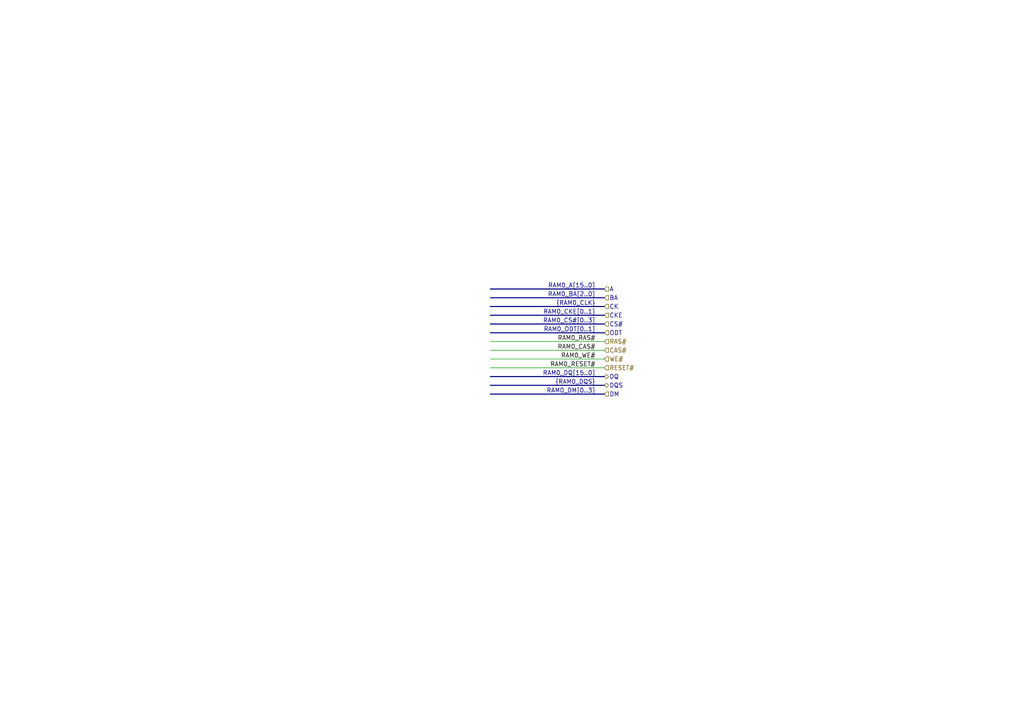
<source format=kicad_sch>
(kicad_sch
	(version 20250114)
	(generator "eeschema")
	(generator_version "9.0")
	(uuid "2486d74d-3745-4dae-8fad-99851aed8e55")
	(paper "A4")
	(title_block
		(date "2026-01-09")
		(rev "1.0.0")
	)
	(lib_symbols)
	(bus_alias "RAM1_CK"
		(members "RAM1_CK0+" "RAM1_CK0-" "RAM1_CK1+" "RAM1_CK1-")
	)
	(bus
		(pts
			(xy 142.24 86.36) (xy 175.26 86.36)
		)
		(stroke
			(width 0)
			(type default)
		)
		(uuid "0ad1dda9-bbf9-4645-a899-1dc802c33586")
	)
	(bus
		(pts
			(xy 142.24 114.3) (xy 175.26 114.3)
		)
		(stroke
			(width 0)
			(type default)
		)
		(uuid "0d59ec40-945f-4b11-a121-b2cd19d74bb3")
	)
	(bus
		(pts
			(xy 142.24 83.82) (xy 175.26 83.82)
		)
		(stroke
			(width 0)
			(type default)
		)
		(uuid "323bc179-f5bb-4652-ad0d-40e8a8c0874c")
	)
	(wire
		(pts
			(xy 142.24 101.6) (xy 175.26 101.6)
		)
		(stroke
			(width 0)
			(type default)
		)
		(uuid "5d991a33-3127-4d2d-8199-5a6c65800f04")
	)
	(bus
		(pts
			(xy 142.24 91.44) (xy 175.26 91.44)
		)
		(stroke
			(width 0)
			(type default)
		)
		(uuid "655ee1ba-28bd-47a2-a25d-b6d7e77a6bab")
	)
	(wire
		(pts
			(xy 142.24 104.14) (xy 175.26 104.14)
		)
		(stroke
			(width 0)
			(type default)
		)
		(uuid "666afef6-8b08-4572-8731-41f10ffd6c25")
	)
	(bus
		(pts
			(xy 142.24 111.76) (xy 175.26 111.76)
		)
		(stroke
			(width 0)
			(type default)
		)
		(uuid "7dc6de46-5063-4f15-8ac0-45d480c32234")
	)
	(wire
		(pts
			(xy 142.24 106.68) (xy 175.26 106.68)
		)
		(stroke
			(width 0)
			(type default)
		)
		(uuid "b982f62a-a0a2-476a-b4db-4b1b06e14f67")
	)
	(bus
		(pts
			(xy 142.24 93.98) (xy 175.26 93.98)
		)
		(stroke
			(width 0)
			(type default)
		)
		(uuid "bea0d54c-92f3-4078-9f8d-3c4258b16c55")
	)
	(bus
		(pts
			(xy 142.24 96.52) (xy 175.26 96.52)
		)
		(stroke
			(width 0)
			(type default)
		)
		(uuid "c303e627-4a61-4e88-b4c4-3827c7973def")
	)
	(bus
		(pts
			(xy 142.24 109.22) (xy 175.26 109.22)
		)
		(stroke
			(width 0)
			(type default)
		)
		(uuid "e66a9be8-c140-476b-825b-6ea0424c89e8")
	)
	(wire
		(pts
			(xy 142.24 99.06) (xy 175.26 99.06)
		)
		(stroke
			(width 0)
			(type default)
		)
		(uuid "f4aea48b-e0f8-4ad0-a4a0-4702aa6cad56")
	)
	(bus
		(pts
			(xy 142.24 88.9) (xy 175.26 88.9)
		)
		(stroke
			(width 0)
			(type default)
		)
		(uuid "f871ef3a-c966-4b48-a2fb-5ccc9b43c742")
	)
	(label "RAM0_RAS#"
		(at 172.72 99.06 180)
		(effects
			(font
				(size 1.27 1.27)
			)
			(justify right bottom)
		)
		(uuid "07489f4a-e503-4d39-8bfe-0d2e755b0ed7")
	)
	(label "RAM0_CS#[0..3]"
		(at 172.72 93.98 180)
		(effects
			(font
				(size 1.27 1.27)
			)
			(justify right bottom)
		)
		(uuid "0d29673c-022b-4049-b323-656d6c3e80e3")
	)
	(label "RAM0_RESET#"
		(at 172.72 106.68 180)
		(effects
			(font
				(size 1.27 1.27)
			)
			(justify right bottom)
		)
		(uuid "1dc86c72-4bac-4b4f-a811-d1954991536e")
	)
	(label "RAM0_BA[2..0]"
		(at 172.72 86.36 180)
		(effects
			(font
				(size 1.27 1.27)
			)
			(justify right bottom)
		)
		(uuid "27bbbd74-1605-4c0d-a014-b7e8888869b4")
	)
	(label "{RAM0_DQS}"
		(at 172.72 111.76 180)
		(effects
			(font
				(size 1.27 1.27)
			)
			(justify right bottom)
		)
		(uuid "3279d355-4c01-4bca-a659-61333f116011")
	)
	(label "RAM0_CKE[0..1]"
		(at 172.72 91.44 180)
		(effects
			(font
				(size 1.27 1.27)
			)
			(justify right bottom)
		)
		(uuid "488401a6-40df-484a-b13d-08df72a9e6b4")
	)
	(label "RAM0_DM[0..3]"
		(at 172.72 114.3 180)
		(effects
			(font
				(size 1.27 1.27)
			)
			(justify right bottom)
		)
		(uuid "55b3eb34-7bae-4f81-9360-1f570a6b5fbe")
	)
	(label "{RAM0_CLK}"
		(at 172.72 88.9 180)
		(effects
			(font
				(size 1.27 1.27)
			)
			(justify right bottom)
		)
		(uuid "5819c7c1-e470-4bf7-8759-a5d10b4dece4")
	)
	(label "RAM0_ODT[0..1]"
		(at 172.72 96.52 180)
		(effects
			(font
				(size 1.27 1.27)
			)
			(justify right bottom)
		)
		(uuid "6797e489-7813-4256-954d-c92fa93dc0d2")
	)
	(label "RAM0_A[15..0]"
		(at 172.72 83.82 180)
		(effects
			(font
				(size 1.27 1.27)
			)
			(justify right bottom)
		)
		(uuid "9a7372f4-1463-4b7e-932d-b6b348c3425f")
	)
	(label "RAM0_WE#"
		(at 172.72 104.14 180)
		(effects
			(font
				(size 1.27 1.27)
			)
			(justify right bottom)
		)
		(uuid "9ee295c0-76e1-4c37-84b7-c9d8c12aeeba")
	)
	(label "RAM0_CAS#"
		(at 172.72 101.6 180)
		(effects
			(font
				(size 1.27 1.27)
			)
			(justify right bottom)
		)
		(uuid "b8d559dc-84ae-4791-8629-1fd23f62618a")
	)
	(label "RAM0_DQ[15..0]"
		(at 172.72 109.22 180)
		(effects
			(font
				(size 1.27 1.27)
			)
			(justify right bottom)
		)
		(uuid "de1e067f-e3b5-471a-afb1-fca483439f6f")
	)
	(hierarchical_label "DQ"
		(shape bidirectional)
		(at 175.26 109.22 0)
		(effects
			(font
				(size 1.27 1.27)
			)
			(justify left)
		)
		(uuid "3f2b16f3-1731-4c1a-be8e-d9550f0817f4")
	)
	(hierarchical_label "BA"
		(shape input)
		(at 175.26 86.36 0)
		(effects
			(font
				(size 1.27 1.27)
			)
			(justify left)
		)
		(uuid "40199191-523a-48a7-833c-58c16f344d7d")
	)
	(hierarchical_label "CAS#"
		(shape input)
		(at 175.26 101.6 0)
		(effects
			(font
				(size 1.27 1.27)
			)
			(justify left)
		)
		(uuid "488f6ed5-b710-43bb-a0a0-6a786a7972f7")
	)
	(hierarchical_label "CKE"
		(shape input)
		(at 175.26 91.44 0)
		(effects
			(font
				(size 1.27 1.27)
			)
			(justify left)
		)
		(uuid "51aff76a-eb42-4e49-9943-1006c56026a9")
	)
	(hierarchical_label "WE#"
		(shape input)
		(at 175.26 104.14 0)
		(effects
			(font
				(size 1.27 1.27)
			)
			(justify left)
		)
		(uuid "763207a3-9030-4240-b477-65791da414fb")
	)
	(hierarchical_label "ODT"
		(shape input)
		(at 175.26 96.52 0)
		(effects
			(font
				(size 1.27 1.27)
			)
			(justify left)
		)
		(uuid "925e06be-2609-4074-a315-f01f6c6702b6")
	)
	(hierarchical_label "CS#"
		(shape input)
		(at 175.26 93.98 0)
		(effects
			(font
				(size 1.27 1.27)
			)
			(justify left)
		)
		(uuid "94db1efe-0733-40ad-9ff1-cca523d1aa78")
	)
	(hierarchical_label "A"
		(shape input)
		(at 175.26 83.82 0)
		(effects
			(font
				(size 1.27 1.27)
			)
			(justify left)
		)
		(uuid "c237e3c2-d766-48b4-92f4-af864a0c109f")
	)
	(hierarchical_label "CK"
		(shape input)
		(at 175.26 88.9 0)
		(effects
			(font
				(size 1.27 1.27)
			)
			(justify left)
		)
		(uuid "cdc0d949-90ea-4c82-aa0c-ad05ac58d62d")
	)
	(hierarchical_label "RAS#"
		(shape input)
		(at 175.26 99.06 0)
		(effects
			(font
				(size 1.27 1.27)
			)
			(justify left)
		)
		(uuid "d4ba1a97-4f63-450c-9f91-22386079cbe1")
	)
	(hierarchical_label "DQS"
		(shape bidirectional)
		(at 175.26 111.76 0)
		(effects
			(font
				(size 1.27 1.27)
			)
			(justify left)
		)
		(uuid "f255ebed-cb05-4adc-98e2-4fa5886365f6")
	)
	(hierarchical_label "RESET#"
		(shape input)
		(at 175.26 106.68 0)
		(effects
			(font
				(size 1.27 1.27)
			)
			(justify left)
		)
		(uuid "f487d94a-084d-48b4-9b21-4c4108f2640c")
	)
	(hierarchical_label "DM"
		(shape input)
		(at 175.26 114.3 0)
		(effects
			(font
				(size 1.27 1.27)
			)
			(justify left)
		)
		(uuid "f9de4768-3fc8-43d7-9e59-0ac91ee51a62")
	)
)

</source>
